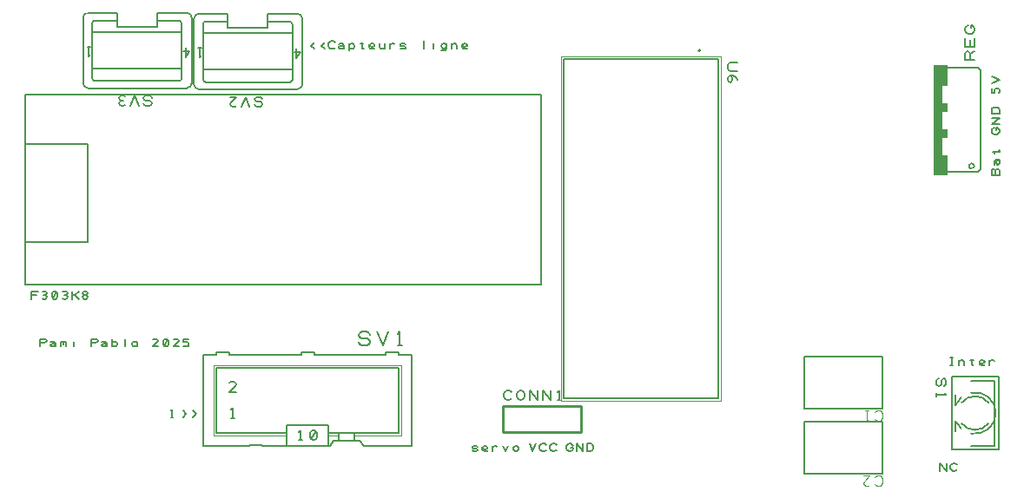
<source format=gbr>
G04 DesignSpark PCB Gerber Version 12.0 Build 5942*
%FSLAX35Y35*%
%MOIN*%
%ADD11C,0.00100*%
%ADD18C,0.00197*%
%ADD15C,0.00200*%
%ADD17C,0.00400*%
%ADD10C,0.00500*%
%ADD14C,0.00591*%
%ADD13C,0.00600*%
%ADD16C,0.00700*%
%ADD12C,0.00787*%
%ADD19C,0.01000*%
X0Y0D02*
D02*
D10*
X47396Y127812D02*
Y165503D01*
X23433D01*
Y127812D01*
X47396D01*
X48444Y203013D02*
X47194D01*
X47819D02*
Y199263D01*
X48444Y199888D01*
X71943Y183174D02*
X71630Y183799D01*
X71006Y184112D01*
X69756D01*
X69130Y183799D01*
X68818Y183174D01*
X69130Y182549D01*
X69756Y182237D01*
X71006D01*
X71630Y181924D01*
X71943Y181299D01*
X71630Y180674D01*
X71006Y180362D01*
X69756D01*
X69130Y180674D01*
X68818Y181299D01*
X66943Y180362D02*
X65380Y184112D01*
X63818Y180362D01*
X61630Y183799D02*
X61006Y184112D01*
X60380D01*
X59756Y183799D01*
X59443Y183174D01*
X59756Y182549D01*
X60380Y182237D01*
X61006D01*
X60380D02*
X59756Y181924D01*
X59443Y181299D01*
X59756Y180674D01*
X60380Y180362D01*
X61006D01*
X61630Y180674D01*
X84908Y202620D02*
Y198870D01*
X86470Y201370D01*
X83970D01*
X90963Y202620D02*
X89713D01*
X90339D02*
Y198870D01*
X90963Y199494D01*
X102371Y60380D02*
X103621D01*
X102996D02*
Y64130D01*
X102371Y63506D01*
X104246Y70380D02*
X101746D01*
X103933Y72568D01*
X104246Y73193D01*
X103933Y73818D01*
X103309Y74130D01*
X102371D01*
X101746Y73818D01*
X114463Y182780D02*
X114150Y183406D01*
X113525Y183718D01*
X112275D01*
X111650Y183406D01*
X111337Y182780D01*
X111650Y182156D01*
X112275Y181843D01*
X113525D01*
X114150Y181530D01*
X114463Y180906D01*
X114150Y180280D01*
X113525Y179968D01*
X112275D01*
X111650Y180280D01*
X111337Y180906D01*
X109463Y179968D02*
X107900Y183718D01*
X106337Y179968D01*
X101963Y183718D02*
X104463D01*
X102275Y181530D01*
X101963Y180906D01*
X102275Y180280D01*
X102900Y179968D01*
X103837D01*
X104463Y180280D01*
X123746Y49443D02*
X140246D01*
X141746Y51443D01*
X143746D01*
Y54443D01*
X139746D01*
X128371Y51880D02*
X129621D01*
X128996D02*
Y55630D01*
X128371Y55006D01*
X133059Y52193D02*
X133683Y51880D01*
X134309D01*
X134933Y52193D01*
X135246Y52818D01*
Y54693D01*
X134933Y55318D01*
X134309Y55630D01*
X133683D01*
X133059Y55318D01*
X132746Y54693D01*
Y52818D01*
X133059Y52193D01*
X134933Y55318D01*
X127428Y202226D02*
Y198476D01*
X128990Y200976D01*
X126490D01*
X143746Y54443D02*
X149746D01*
Y51443D01*
X143746D01*
X149746D02*
X151746D01*
X153246Y49443D01*
X171746D01*
Y84443D01*
X166746D01*
Y85443D01*
X161746D01*
Y84443D01*
X134246D01*
Y85443D01*
X129246D01*
Y84443D01*
X101746D01*
Y85443D01*
X96746D01*
Y84443D01*
X91746D01*
Y49443D01*
X109246D01*
Y49943D01*
X114246D01*
Y49443D01*
X123746D01*
Y54443D01*
X149746D02*
X166746D01*
Y79443D01*
X96746D01*
Y54443D01*
X123746D01*
Y57443D01*
X139746D01*
Y49443D01*
X210029Y67876D02*
X209716Y67563D01*
X209091Y67250D01*
X208154D01*
X207529Y67563D01*
X207216Y67876D01*
X206904Y68500D01*
Y69750D01*
X207216Y70376D01*
X207529Y70688D01*
X208154Y71000D01*
X209091D01*
X209716Y70688D01*
X210029Y70376D01*
X211904Y68500D02*
Y69750D01*
X212216Y70376D01*
X212529Y70688D01*
X213154Y71000D01*
X213779D01*
X214404Y70688D01*
X214716Y70376D01*
X215029Y69750D01*
Y68500D01*
X214716Y67876D01*
X214404Y67563D01*
X213779Y67250D01*
X213154D01*
X212529Y67563D01*
X212216Y67876D01*
X211904Y68500D01*
X216904Y67250D02*
Y71000D01*
X220029Y67250D01*
Y71000D01*
X221904Y67250D02*
Y71000D01*
X225029Y67250D01*
Y71000D01*
X227529Y67250D02*
X228779D01*
X228154D02*
Y71000D01*
X227529Y70376D01*
X221267Y111713D02*
Y184713D01*
X23267D01*
Y111713D01*
X221267D01*
X289349Y198259D02*
X230049D01*
Y67910D01*
X289349D01*
Y198259D01*
X296670Y196864D02*
X293857D01*
X293232Y196552D01*
X292920Y195927D01*
Y194677D01*
X293232Y194052D01*
X293857Y193739D01*
X296670D01*
X293857Y191864D02*
X294482Y191552D01*
X294795Y190927D01*
Y190302D01*
X294482Y189677D01*
X293857Y189364D01*
X293232Y189677D01*
X292920Y190302D01*
Y190927D01*
X293232Y191552D01*
X293857Y191864D01*
X294795D01*
X295732Y191552D01*
X296357Y190927D01*
X296670Y190302D01*
X352455Y59030D02*
X322455D01*
Y39030D01*
X352455D01*
Y59030D01*
Y84030D02*
X322455D01*
Y64030D01*
X352455D01*
Y84030D01*
X373976Y75604D02*
X373350Y75292D01*
X373038Y74667D01*
Y73417D01*
X373350Y72792D01*
X373976Y72479D01*
X374600Y72792D01*
X374913Y73417D01*
Y74667D01*
X375226Y75292D01*
X375850Y75604D01*
X376476Y75292D01*
X376788Y74667D01*
Y73417D01*
X376476Y72792D01*
X375850Y72479D01*
X373038Y69979D02*
Y68729D01*
Y69354D02*
X376788D01*
X376163Y69979D01*
X376404Y194817D02*
X388904D01*
X389904Y193817D01*
Y155817D01*
X388904Y154817D01*
X376404D01*
X386504Y158117D02*
G75*
G03*
Y156117I0J-1000D01*
G01*
G75*
G03*
Y158117I0J1000D01*
G01*
X387738Y197967D02*
X383988D01*
Y200154D01*
X384300Y200779D01*
X384925Y201092D01*
X385550Y200779D01*
X385863Y200154D01*
Y197967D01*
Y200154D02*
X387738Y201092D01*
Y202967D02*
X383988D01*
Y206092D01*
X385863Y205467D02*
Y202967D01*
X387738D02*
Y206092D01*
X386175Y210154D02*
Y211092D01*
X386488D01*
X387113Y210779D01*
X387425Y210467D01*
X387738Y209842D01*
Y209217D01*
X387425Y208592D01*
X387113Y208279D01*
X386488Y207967D01*
X385238D01*
X384613Y208279D01*
X384300Y208592D01*
X383988Y209217D01*
Y209842D01*
X384300Y210467D01*
X384613Y210779D01*
X385238Y211092D01*
D02*
D11*
X374904Y153817D02*
Y195817D01*
X371904D01*
Y153817D01*
X374904D01*
G36*
X374904Y153817D02*
Y195817D01*
X371904D01*
Y153817D01*
X374904D01*
G37*
X376904D02*
Y161317D01*
X374904D01*
Y153817D01*
X376904D01*
G36*
X376904Y153817D02*
Y161317D01*
X374904D01*
Y153817D01*
X376904D01*
G37*
Y168317D02*
Y171317D01*
X374904D01*
Y168317D01*
X376904D01*
G36*
X376904Y168317D02*
Y171317D01*
X374904D01*
Y168317D01*
X376904D01*
G37*
Y178317D02*
Y181317D01*
X374904D01*
Y178317D01*
X376904D01*
G36*
X376904Y178317D02*
Y181317D01*
X374904D01*
Y178317D01*
X376904D01*
G37*
Y188317D02*
Y195817D01*
X374904D01*
Y188317D01*
X376904D01*
G36*
X376904Y188317D02*
Y195817D01*
X374904D01*
Y188317D01*
X376904D01*
G37*
D02*
D12*
X282061Y201136D02*
G75*
G03*
Y201923I0J394D01*
G01*
G75*
G03*
Y201136I0J-394D01*
G01*
D02*
D13*
X49069Y194502D02*
X83321D01*
Y208675D01*
X49463D02*
X83321D01*
Y212006D01*
G75*
G03*
X82321Y213006I-1000J0D01*
G01*
X73872D01*
Y210644D01*
X58518D01*
Y213006D01*
X83321Y196549D02*
Y190778D01*
G75*
G02*
X82321Y189778I-1000J0D01*
G01*
X50069D01*
G75*
G02*
X49069Y190778I0J1000D01*
G01*
Y212006D01*
G75*
G02*
X50069Y213006I1000J0D01*
G01*
X58518D01*
Y216049D01*
X47526D01*
G75*
G03*
X45526Y214049I0J-2000D01*
G01*
Y189049D01*
G75*
G03*
X47526Y187049I2000J0D01*
G01*
X85258D01*
G75*
G03*
X87258Y189049I0J2000D01*
G01*
Y214049D01*
G75*
G03*
X85258Y216049I-2000J0D01*
G01*
X73872D01*
Y212049D01*
X91589Y194108D02*
X125841D01*
Y208281D01*
X91982D02*
X125841D01*
Y211612D01*
G75*
G03*
X124841Y212612I-1000J0D01*
G01*
X116392D01*
Y210250D01*
X101037D01*
Y212612D01*
X125841Y196156D02*
Y190384D01*
G75*
G02*
X124841Y189384I-1000J0D01*
G01*
X92589D01*
G75*
G02*
X91589Y190384I0J1000D01*
G01*
Y211612D01*
G75*
G02*
X92589Y212612I1000J0D01*
G01*
X101037D01*
Y215656D01*
X90045D01*
G75*
G03*
X88045Y213656I0J-2000D01*
G01*
Y188656D01*
G75*
G03*
X90045Y186656I2000J0D01*
G01*
X127778D01*
G75*
G03*
X129778Y188656I0J2000D01*
G01*
Y213656D01*
G75*
G03*
X127778Y215656I-2000J0D01*
G01*
X116392D01*
Y211656D01*
X380348Y59219D02*
Y55219D01*
Y65219D02*
Y69219D01*
X380548Y58946D02*
G75*
G03*
X382568Y56209I7300J3272D01*
G01*
X380548Y58946D02*
G75*
G03*
X382568Y56209I7300J3272D01*
G01*
Y68228D02*
G75*
G03*
X380548Y65491I5280J-6009D01*
G01*
X382568Y68228D02*
G75*
G03*
X380548Y65491I5280J-6009D01*
G01*
X382723Y58220D02*
G75*
G03*
X392974I5125J3998D01*
G01*
X386209Y54388D02*
G75*
G03*
Y70049I1640J7830D01*
G01*
X386348Y74719D02*
X395348D01*
Y49719D01*
X386348D01*
X392974Y66217D02*
G75*
G03*
X382723I-5125J-3998D01*
G01*
X396848Y76219D02*
X378848D01*
Y48219D01*
X396848D01*
Y76219D01*
D02*
D14*
X25722Y106067D02*
Y109020D01*
X28183D01*
X27691Y107543D02*
X25722D01*
X29906Y106313D02*
X30398Y106067D01*
X30890D01*
X31382Y106313D01*
X31628Y106805D01*
X31382Y107297D01*
X30890Y107543D01*
X30398D01*
X30890D02*
X31382Y107789D01*
X31628Y108281D01*
X31382Y108774D01*
X30890Y109020D01*
X30398D01*
X29906Y108774D01*
X33843Y106313D02*
X34335Y106067D01*
X34827D01*
X35319Y106313D01*
X35565Y106805D01*
Y108281D01*
X35319Y108774D01*
X34827Y109020D01*
X34335D01*
X33843Y108774D01*
X33596Y108281D01*
Y106805D01*
X33843Y106313D01*
X35319Y108774D01*
X37780Y106313D02*
X38272Y106067D01*
X38764D01*
X39256Y106313D01*
X39502Y106805D01*
X39256Y107297D01*
X38764Y107543D01*
X38272D01*
X38764D02*
X39256Y107789D01*
X39502Y108281D01*
X39256Y108774D01*
X38764Y109020D01*
X38272D01*
X37780Y108774D01*
X41470Y106067D02*
Y109020D01*
Y107543D02*
X42209D01*
X43931Y109020D01*
X42209Y107543D02*
X43931Y106067D01*
X46146Y107543D02*
X46638D01*
X47130Y107789D01*
X47376Y108281D01*
X47130Y108774D01*
X46638Y109020D01*
X46146D01*
X45654Y108774D01*
X45407Y108281D01*
X45654Y107789D01*
X46146Y107543D01*
X45654Y107297D01*
X45407Y106805D01*
X45654Y106313D01*
X46146Y106067D01*
X46638D01*
X47130Y106313D01*
X47376Y106805D01*
X47130Y107297D01*
X46638Y107543D01*
X29030Y87760D02*
Y90713D01*
X30752D01*
X31244Y90467D01*
X31490Y89974D01*
X31244Y89482D01*
X30752Y89236D01*
X29030D01*
X32967Y89482D02*
X33459Y89728D01*
X34197D01*
X34689Y89482D01*
X34935Y88990D01*
Y88252D01*
X34689Y88006D01*
X34197Y87760D01*
X33705D01*
X33213Y88006D01*
X32967Y88252D01*
Y88498D01*
X33213Y88744D01*
X33705Y88990D01*
X34197D01*
X34689Y88744D01*
X34935Y88498D01*
Y88252D02*
Y87760D01*
X36904D02*
Y89728D01*
Y89482D02*
X37150Y89728D01*
X37642D01*
X37888Y89482D01*
Y88744D01*
Y89482D02*
X38134Y89728D01*
X38626D01*
X38872Y89482D01*
Y87760D01*
X41825D02*
Y89728D01*
Y90467D02*
X48715Y87760D02*
Y90713D01*
X50437D01*
X50929Y90467D01*
X51175Y89974D01*
X50929Y89482D01*
X50437Y89236D01*
X48715D01*
X52652Y89482D02*
X53144Y89728D01*
X53882D01*
X54374Y89482D01*
X54620Y88990D01*
Y88252D01*
X54374Y88006D01*
X53882Y87760D01*
X53390D01*
X52898Y88006D01*
X52652Y88252D01*
Y88498D01*
X52898Y88744D01*
X53390Y88990D01*
X53882D01*
X54374Y88744D01*
X54620Y88498D01*
Y88252D02*
Y87760D01*
X56589Y88498D02*
X56835Y88006D01*
X57327Y87760D01*
X57819D01*
X58311Y88006D01*
X58557Y88498D01*
Y88990D01*
X58311Y89482D01*
X57819Y89728D01*
X57327D01*
X56835Y89482D01*
X56589Y88990D01*
Y87760D02*
Y90713D01*
X61756Y87760D02*
X61510D01*
Y90713D01*
X64463Y88498D02*
X64709Y88006D01*
X65201Y87760D01*
X65693D01*
X66185Y88006D01*
X66431Y88498D01*
Y88990D01*
X66185Y89482D01*
X65693Y89728D01*
X65201D01*
X64709Y89482D01*
X64463Y88990D01*
Y88498D01*
X74305Y87760D02*
X72337D01*
X74059Y89482D01*
X74305Y89974D01*
X74059Y90467D01*
X73567Y90713D01*
X72829D01*
X72337Y90467D01*
X76520Y88006D02*
X77012Y87760D01*
X77504D01*
X77996Y88006D01*
X78242Y88498D01*
Y89974D01*
X77996Y90467D01*
X77504Y90713D01*
X77012D01*
X76520Y90467D01*
X76274Y89974D01*
Y88498D01*
X76520Y88006D01*
X77996Y90467D01*
X82179Y87760D02*
X80211D01*
X81933Y89482D01*
X82179Y89974D01*
X81933Y90467D01*
X81441Y90713D01*
X80703D01*
X80211Y90467D01*
X84148Y88006D02*
X84640Y87760D01*
X85378D01*
X85870Y88006D01*
X86116Y88498D01*
Y88744D01*
X85870Y89236D01*
X85378Y89482D01*
X84148D01*
Y90713D01*
X86116D01*
X79167Y60634D02*
X80152D01*
X79659D02*
Y63587D01*
X79167Y63094D01*
X83843Y60634D02*
X85073Y61864D01*
X83843Y63094D01*
X87780Y60634D02*
X89010Y61864D01*
X87780Y63094D01*
X134325Y202169D02*
X133094Y203400D01*
X134325Y204630D01*
X138262Y202169D02*
X137031Y203400D01*
X138262Y204630D01*
X142199Y202661D02*
X141953Y202415D01*
X141461Y202169D01*
X140722D01*
X140230Y202415D01*
X139984Y202661D01*
X139738Y203154D01*
Y204138D01*
X139984Y204630D01*
X140230Y204876D01*
X140722Y205122D01*
X141461D01*
X141953Y204876D01*
X142199Y204630D01*
X143675Y203892D02*
X144167Y204138D01*
X144906D01*
X145398Y203892D01*
X145644Y203400D01*
Y202661D01*
X145398Y202415D01*
X144906Y202169D01*
X144413D01*
X143921Y202415D01*
X143675Y202661D01*
Y202907D01*
X143921Y203154D01*
X144413Y203400D01*
X144906D01*
X145398Y203154D01*
X145644Y202907D01*
Y202661D02*
Y202169D01*
X147612Y204138D02*
Y201431D01*
Y202907D02*
X147858Y202415D01*
X148350Y202169D01*
X148843D01*
X149335Y202415D01*
X149581Y202907D01*
Y203400D01*
X149335Y203892D01*
X148843Y204138D01*
X148350D01*
X147858Y203892D01*
X147612Y203400D01*
Y202907D01*
X151959Y204138D02*
X153107D01*
X152533Y204630D02*
Y202415D01*
X152780Y202169D01*
X153026D01*
X153272Y202415D01*
X157455D02*
X157209Y202169D01*
X156717D01*
X156224D01*
X155732Y202415D01*
X155486Y202907D01*
Y203646D01*
X155732Y203892D01*
X156224Y204138D01*
X156717D01*
X157209Y203892D01*
X157455Y203646D01*
Y203400D01*
X157209Y203154D01*
X156717Y202907D01*
X156224D01*
X155732Y203154D01*
X155486Y203400D01*
X159423Y204138D02*
Y202907D01*
X159669Y202415D01*
X160161Y202169D01*
X160654D01*
X161146Y202415D01*
X161392Y202907D01*
Y204138D02*
Y202169D01*
X163360D02*
Y204138D01*
Y203400D02*
X163606Y203892D01*
X164098Y204138D01*
X164591D01*
X165083Y203892D01*
X167297Y202415D02*
X167789Y202169D01*
X168774D01*
X169266Y202415D01*
Y202907D01*
X168774Y203154D01*
X167789D01*
X167297Y203400D01*
Y203892D01*
X167789Y204138D01*
X168774D01*
X169266Y203892D01*
X176402Y202169D02*
X176156D01*
Y205122D01*
X180093Y202169D02*
Y204138D01*
Y204876D02*
X185014Y203400D02*
X184768Y203892D01*
X184276Y204138D01*
X183783D01*
X183291Y203892D01*
X183045Y203400D01*
Y203154D01*
X183291Y202661D01*
X183783Y202415D01*
X184276D01*
X184768Y202661D01*
X185014Y203154D01*
Y204138D02*
Y202169D01*
X184768Y201677D01*
X184276Y201431D01*
X183537D01*
X183045Y201677D01*
X186982Y202169D02*
Y204138D01*
Y203400D02*
X187228Y203892D01*
X187720Y204138D01*
X188213D01*
X188705Y203892D01*
X188951Y203400D01*
Y202169D01*
X192888Y202415D02*
X192642Y202169D01*
X192150D01*
X191657D01*
X191165Y202415D01*
X190919Y202907D01*
Y203646D01*
X191165Y203892D01*
X191657Y204138D01*
X192150D01*
X192642Y203892D01*
X192888Y203646D01*
Y203400D01*
X192642Y203154D01*
X192150Y202907D01*
X191657D01*
X191165Y203154D01*
X190919Y203400D01*
X194856Y47809D02*
X195348Y47563D01*
X196333D01*
X196825Y47809D01*
Y48301D01*
X196333Y48547D01*
X195348D01*
X194856Y48793D01*
Y49285D01*
X195348Y49531D01*
X196333D01*
X196825Y49285D01*
X200762Y47809D02*
X200516Y47563D01*
X200024D01*
X199531D01*
X199039Y47809D01*
X198793Y48301D01*
Y49039D01*
X199039Y49285D01*
X199531Y49531D01*
X200024D01*
X200516Y49285D01*
X200762Y49039D01*
Y48793D01*
X200516Y48547D01*
X200024Y48301D01*
X199531D01*
X199039Y48547D01*
X198793Y48793D01*
X202730Y47563D02*
Y49531D01*
Y48793D02*
X202976Y49285D01*
X203469Y49531D01*
X203961D01*
X204453Y49285D01*
X206667Y49531D02*
X207652Y47563D01*
X208636Y49531D01*
X210604Y48301D02*
X210850Y47809D01*
X211343Y47563D01*
X211835D01*
X212327Y47809D01*
X212573Y48301D01*
Y48793D01*
X212327Y49285D01*
X211835Y49531D01*
X211343D01*
X210850Y49285D01*
X210604Y48793D01*
Y48301D01*
X216864Y50516D02*
X218094Y47563D01*
X219325Y50516D01*
X223262Y48055D02*
X223016Y47809D01*
X222524Y47563D01*
X221785D01*
X221293Y47809D01*
X221047Y48055D01*
X220801Y48547D01*
Y49531D01*
X221047Y50024D01*
X221293Y50270D01*
X221785Y50516D01*
X222524D01*
X223016Y50270D01*
X223262Y50024D01*
X227199Y48055D02*
X226953Y47809D01*
X226461Y47563D01*
X225722D01*
X225230Y47809D01*
X224984Y48055D01*
X224738Y48547D01*
Y49531D01*
X224984Y50024D01*
X225230Y50270D01*
X225722Y50516D01*
X226461D01*
X226953Y50270D01*
X227199Y50024D01*
X232760Y48793D02*
X233498D01*
Y48547D01*
X233252Y48055D01*
X233006Y47809D01*
X232514Y47563D01*
X232022D01*
X231530Y47809D01*
X231283Y48055D01*
X231037Y48547D01*
Y49531D01*
X231283Y50024D01*
X231530Y50270D01*
X232022Y50516D01*
X232514D01*
X233006Y50270D01*
X233252Y50024D01*
X233498Y49531D01*
X234974Y47563D02*
Y50516D01*
X237435Y47563D01*
Y50516D01*
X238911Y47563D02*
Y50516D01*
X240388D01*
X240880Y50270D01*
X241126Y50024D01*
X241372Y49531D01*
Y48547D01*
X241126Y48055D01*
X240880Y47809D01*
X240388Y47563D01*
X238911D01*
X374463Y40043D02*
Y42996D01*
X376923Y40043D01*
Y42996D01*
X380860Y40535D02*
X380614Y40289D01*
X380122Y40043D01*
X379384D01*
X378892Y40289D01*
X378646Y40535D01*
X378400Y41028D01*
Y42012D01*
X378646Y42504D01*
X378892Y42750D01*
X379384Y42996D01*
X380122D01*
X380614Y42750D01*
X380860Y42504D01*
X378469Y80594D02*
X379453D01*
X378961D02*
Y83547D01*
X378469D02*
X379453D01*
X381667Y80594D02*
Y82563D01*
Y81825D02*
X381913Y82317D01*
X382406Y82563D01*
X382898D01*
X383390Y82317D01*
X383636Y81825D01*
Y80594D01*
X386015Y82563D02*
X387163D01*
X386589Y83055D02*
Y80841D01*
X386835Y80594D01*
X387081D01*
X387327Y80841D01*
X391510D02*
X391264Y80594D01*
X390772D01*
X390280D01*
X389787Y80841D01*
X389541Y81333D01*
Y82071D01*
X389787Y82317D01*
X390280Y82563D01*
X390772D01*
X391264Y82317D01*
X391510Y82071D01*
Y81825D01*
X391264Y81579D01*
X390772Y81333D01*
X390280D01*
X389787Y81579D01*
X389541Y81825D01*
X393478Y80594D02*
Y82563D01*
Y81825D02*
X393724Y82317D01*
X394217Y82563D01*
X394709D01*
X395201Y82317D01*
X395713Y155319D02*
X395959Y155811D01*
X396451Y156057D01*
X396943Y155811D01*
X397189Y155319D01*
Y153596D01*
X394236D01*
Y155319D01*
X394482Y155811D01*
X394974Y156057D01*
X395467Y155811D01*
X395713Y155319D01*
Y153596D01*
X395467Y157533D02*
X395220Y158026D01*
Y158764D01*
X395467Y159256D01*
X395959Y159502D01*
X396697D01*
X396943Y159256D01*
X397189Y158764D01*
Y158272D01*
X396943Y157780D01*
X396697Y157533D01*
X396451D01*
X396205Y157780D01*
X395959Y158272D01*
Y158764D01*
X396205Y159256D01*
X396451Y159502D01*
X396697D02*
X397189D01*
X395220Y161881D02*
Y163029D01*
X394728Y162455D02*
X396943D01*
X397189Y162701D01*
Y162947D01*
X396943Y163193D01*
X395959Y171067D02*
Y171805D01*
X396205D01*
X396697Y171559D01*
X396943Y171313D01*
X397189Y170821D01*
Y170329D01*
X396943Y169837D01*
X396697Y169591D01*
X396205Y169344D01*
X395220D01*
X394728Y169591D01*
X394482Y169837D01*
X394236Y170329D01*
Y170821D01*
X394482Y171313D01*
X394728Y171559D01*
X395220Y171805D01*
X397189Y173281D02*
X394236D01*
X397189Y175742D01*
X394236D01*
X397189Y177219D02*
X394236D01*
Y178695D01*
X394482Y179187D01*
X394728Y179433D01*
X395220Y179679D01*
X396205D01*
X396697Y179433D01*
X396943Y179187D01*
X397189Y178695D01*
Y177219D01*
X396943Y185093D02*
X397189Y185585D01*
Y186323D01*
X396943Y186815D01*
X396451Y187061D01*
X396205D01*
X395713Y186815D01*
X395467Y186323D01*
Y185093D01*
X394236D01*
Y187061D01*
Y189030D02*
X397189Y190260D01*
X394236Y191490D01*
D02*
D15*
X143746Y53443D02*
X139746D01*
X149746D02*
X167746D01*
Y80443D01*
X95746D01*
Y53443D01*
X123746D01*
D02*
D16*
X151352Y89568D02*
X151790Y88693D01*
X152665Y88256D01*
X154415D01*
X155290Y88693D01*
X155728Y89568D01*
X155290Y90443D01*
X154415Y90880D01*
X152665D01*
X151790Y91318D01*
X151352Y92193D01*
X151790Y93068D01*
X152665Y93506D01*
X154415D01*
X155290Y93068D01*
X155728Y92193D01*
X158352Y93506D02*
X160540Y88256D01*
X162728Y93506D01*
X166228Y88256D02*
X167978D01*
X167102D02*
Y93506D01*
X166228Y92630D01*
D02*
D17*
X349330Y37467D02*
X349642Y37780D01*
X350267Y38092D01*
X351205D01*
X351830Y37780D01*
X352142Y37467D01*
X352455Y36842D01*
Y35592D01*
X352142Y34967D01*
X351830Y34654D01*
X351205Y34342D01*
X350267D01*
X349642Y34654D01*
X349330Y34967D01*
X344955Y38092D02*
X347455D01*
X345267Y35904D01*
X344955Y35280D01*
X345267Y34654D01*
X345892Y34342D01*
X346830D01*
X347455Y34654D01*
X349330Y62467D02*
X349642Y62780D01*
X350267Y63092D01*
X351205D01*
X351830Y62780D01*
X352142Y62467D01*
X352455Y61842D01*
Y60592D01*
X352142Y59967D01*
X351830Y59654D01*
X351205Y59342D01*
X350267D01*
X349642Y59654D01*
X349330Y59967D01*
X346830Y63092D02*
X345580D01*
X346205D02*
Y59342D01*
X346830Y59967D01*
D02*
D18*
X290333Y199244D02*
X229065D01*
Y66926D01*
X290333D01*
Y199244D01*
D02*
D19*
X236549Y65053D02*
X206549D01*
Y55053D01*
X236549D01*
Y65053D01*
X0Y0D02*
M02*

</source>
